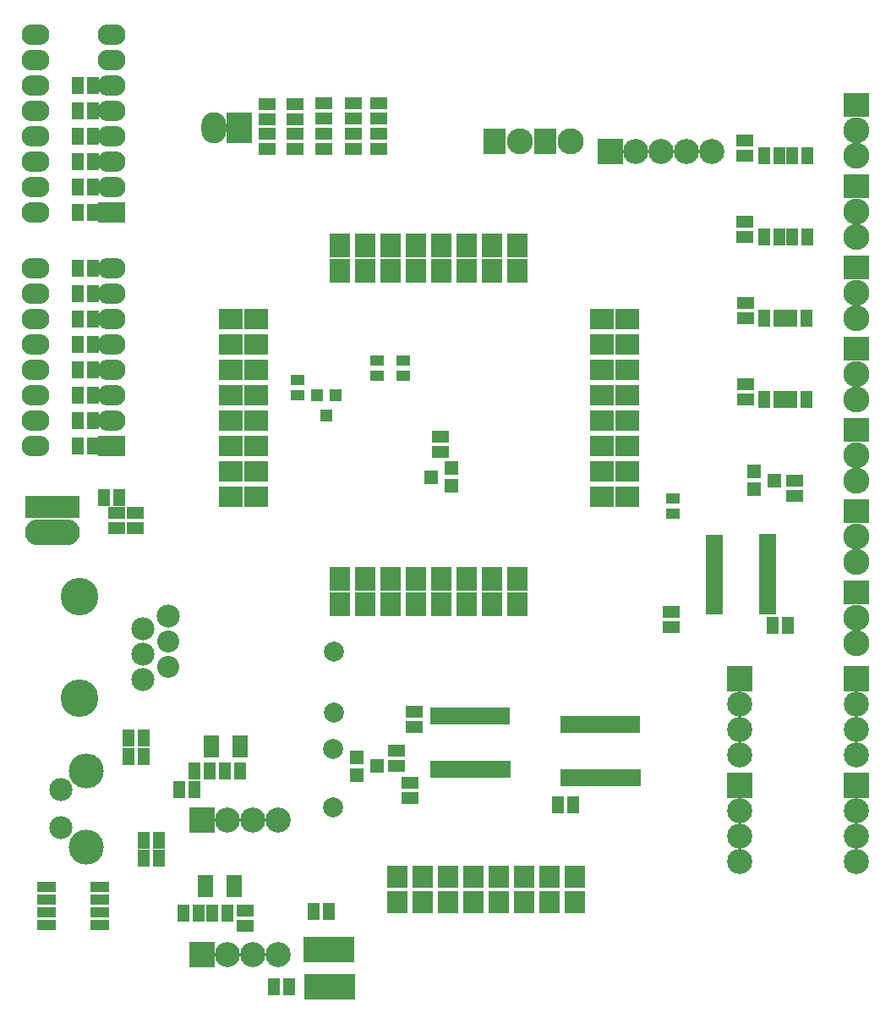
<source format=gbs>
G04 #@! TF.FileFunction,Soldermask,Bot*
%FSLAX46Y46*%
G04 Gerber Fmt 4.6, Leading zero omitted, Abs format (unit mm)*
G04 Created by KiCad (PCBNEW 4.0.6) date 01/03/18 21:04:18*
%MOMM*%
%LPD*%
G01*
G04 APERTURE LIST*
%ADD10C,0.150000*%
%ADD11R,1.408000X1.008000*%
%ADD12R,2.508000X3.108000*%
%ADD13O,2.508000X3.108000*%
%ADD14R,1.308100X1.308100*%
%ADD15R,1.508760X0.756920*%
%ADD16C,2.308860*%
%ADD17C,2.208000*%
%ADD18C,3.759200*%
%ADD19R,2.506980X2.506980*%
%ADD20R,2.308860X2.608580*%
%ADD21C,2.608580*%
%ADD22R,5.508000X2.308860*%
%ADD23O,5.508000X2.608580*%
%ADD24C,2.506980*%
%ADD25R,2.032000X2.308860*%
%ADD26R,2.608580X2.407920*%
%ADD27R,1.651000X1.143000*%
%ADD28R,1.422400X1.422400*%
%ADD29C,2.008000*%
%ADD30R,1.907540X1.107440*%
%ADD31R,1.143000X1.651000*%
%ADD32R,2.794000X2.082800*%
%ADD33O,2.794000X2.082800*%
%ADD34C,3.507740*%
%ADD35O,3.507740X3.507740*%
%ADD36R,0.914400X1.778000*%
%ADD37R,1.778000X0.914400*%
%ADD38R,2.408000X2.108000*%
%ADD39R,2.408000X2.108200*%
%ADD40R,2.108200X2.407920*%
G04 APERTURE END LIST*
D10*
D11*
X101650800Y-104534400D03*
X101650800Y-103034400D03*
X74574400Y-90742200D03*
X74574400Y-89242200D03*
X71958200Y-90742200D03*
X71958200Y-89242200D03*
X64008000Y-92672600D03*
X64008000Y-91172600D03*
D12*
X58166000Y-65913000D03*
D13*
X55626000Y-65913000D03*
D14*
X65953600Y-92674440D03*
X67853600Y-92674440D03*
X66903600Y-94673420D03*
D15*
X54820820Y-141063980D03*
X54820820Y-141571980D03*
X54820820Y-142079980D03*
X54820820Y-142587980D03*
X57716420Y-141063980D03*
X57716420Y-141571980D03*
X57716420Y-142079980D03*
X57716420Y-142587980D03*
X55392320Y-127030480D03*
X55392320Y-127538480D03*
X55392320Y-128046480D03*
X55392320Y-128554480D03*
X58287920Y-127030480D03*
X58287920Y-127538480D03*
X58287920Y-128046480D03*
X58287920Y-128554480D03*
D16*
X48547020Y-118584980D03*
X48547020Y-116044980D03*
X48547020Y-121124980D03*
X51087020Y-114774980D03*
D17*
X51087020Y-117314980D03*
X51087020Y-119854980D03*
D18*
X42197020Y-123029980D03*
X42197020Y-112869980D03*
D19*
X65963800Y-151892000D03*
X68503800Y-151892000D03*
X65913000Y-148132800D03*
X68453000Y-148132800D03*
D20*
X83756500Y-67246500D03*
D21*
X86296500Y-67246500D03*
D20*
X88836500Y-67246500D03*
D21*
X91376500Y-67246500D03*
D22*
X39466520Y-103852980D03*
D23*
X39466520Y-106392980D03*
D24*
X105506520Y-68292980D03*
D19*
X95346520Y-68292980D03*
D24*
X97886520Y-68292980D03*
X100426520Y-68292980D03*
X102966520Y-68292980D03*
D25*
X91790520Y-140873480D03*
X91790520Y-143413480D03*
X89250520Y-140873480D03*
X89250520Y-143413480D03*
X86710520Y-140873480D03*
X86710520Y-143413480D03*
X84170520Y-140873480D03*
X84170520Y-143413480D03*
X81630520Y-140873480D03*
X81630520Y-143413480D03*
X79090520Y-140873480D03*
X79090520Y-143413480D03*
X76550520Y-140873480D03*
X76550520Y-143413480D03*
X74010520Y-140873480D03*
X74010520Y-143413480D03*
D26*
X120015000Y-71755000D03*
D21*
X120015000Y-74295000D03*
X120015000Y-76835000D03*
D26*
X120015000Y-88011000D03*
D21*
X120015000Y-90551000D03*
X120015000Y-93091000D03*
D26*
X120015000Y-79883000D03*
D21*
X120015000Y-82423000D03*
X120015000Y-84963000D03*
D26*
X120015000Y-63627000D03*
D21*
X120015000Y-66167000D03*
X120015000Y-68707000D03*
D26*
X120015000Y-112395000D03*
D21*
X120015000Y-114935000D03*
X120015000Y-117475000D03*
D26*
X119984520Y-104297480D03*
D21*
X119984520Y-106837480D03*
X119984520Y-109377480D03*
D26*
X120015000Y-96139000D03*
D21*
X120015000Y-98679000D03*
X120015000Y-101219000D03*
D19*
X108331000Y-131699000D03*
D24*
X108331000Y-134239000D03*
X108331000Y-136779000D03*
X108331000Y-139319000D03*
D19*
X120015000Y-131699000D03*
D24*
X120015000Y-134239000D03*
X120015000Y-136779000D03*
X120015000Y-139319000D03*
D19*
X54452520Y-148620480D03*
D24*
X56992520Y-148620480D03*
X59532520Y-148620480D03*
X62072520Y-148620480D03*
D19*
X54452520Y-135158480D03*
D24*
X56992520Y-135158480D03*
X59532520Y-135158480D03*
X62072520Y-135158480D03*
D19*
X108331000Y-121031000D03*
D24*
X108331000Y-123571000D03*
X108331000Y-126111000D03*
X108331000Y-128651000D03*
D19*
X120015000Y-121031000D03*
D24*
X120015000Y-123571000D03*
X120015000Y-126111000D03*
X120015000Y-128651000D03*
D27*
X58750200Y-145796000D03*
X58750200Y-144272000D03*
D28*
X109778800Y-100330000D03*
X109778800Y-102108000D03*
X111810800Y-101219000D03*
X79425800Y-101752400D03*
X79425800Y-99974400D03*
X77393800Y-100863400D03*
X69977000Y-128905000D03*
X69977000Y-130683000D03*
X72009000Y-129794000D03*
D29*
X67665600Y-118338600D03*
X67665600Y-124434600D03*
D27*
X72136000Y-65024000D03*
X72136000Y-63500000D03*
X72136000Y-68072000D03*
X72136000Y-66548000D03*
D30*
X44196000Y-145669000D03*
X38862000Y-145669000D03*
X44196000Y-144399000D03*
X44196000Y-143129000D03*
X44196000Y-141859000D03*
X38862000Y-144399000D03*
X38862000Y-143129000D03*
X38862000Y-141859000D03*
D31*
X56743600Y-130251200D03*
X58267600Y-130251200D03*
D27*
X73914000Y-128270000D03*
X73914000Y-129794000D03*
X113842800Y-102743000D03*
X113842800Y-101219000D03*
X78308200Y-96799400D03*
X78308200Y-98323400D03*
D31*
X115011200Y-93091000D03*
X113487200Y-93091000D03*
X115036600Y-84963000D03*
X113512600Y-84963000D03*
X115062000Y-76835000D03*
X113538000Y-76835000D03*
X115087400Y-68707000D03*
X113563400Y-68707000D03*
D27*
X108864400Y-93091000D03*
X108864400Y-91567000D03*
X108864400Y-84963000D03*
X108864400Y-83439000D03*
X108839000Y-76835000D03*
X108839000Y-75311000D03*
X108839000Y-68707000D03*
X108839000Y-67183000D03*
D31*
X112268000Y-93091000D03*
X110744000Y-93091000D03*
X112268000Y-84963000D03*
X110744000Y-84963000D03*
X112293400Y-76835000D03*
X110769400Y-76835000D03*
X112318800Y-68707000D03*
X110794800Y-68707000D03*
D32*
X45372020Y-74388980D03*
D33*
X45372020Y-71848980D03*
X45372020Y-69308980D03*
X45372020Y-66768980D03*
X45372020Y-64228980D03*
X45372020Y-61688980D03*
X45372020Y-59148980D03*
X45372020Y-56608980D03*
X37752020Y-56608980D03*
X37752020Y-59148980D03*
X37752020Y-61688980D03*
X37752020Y-64228980D03*
X37752020Y-66768980D03*
X37752020Y-69308980D03*
X37752020Y-71848980D03*
X37752020Y-74388980D03*
D32*
X45372020Y-97756980D03*
D33*
X45372020Y-95216980D03*
X45372020Y-92676980D03*
X45372020Y-90136980D03*
X45372020Y-87596980D03*
X45372020Y-85056980D03*
X45372020Y-82516980D03*
X45372020Y-79976980D03*
X37752020Y-79976980D03*
X37752020Y-82516980D03*
X37752020Y-85056980D03*
X37752020Y-87596980D03*
X37752020Y-90136980D03*
X37752020Y-92676980D03*
X37752020Y-95216980D03*
X37752020Y-97756980D03*
D16*
X40292020Y-135983980D03*
X40292020Y-132173980D03*
D34*
X42832020Y-137888980D03*
D35*
X42832020Y-130268980D03*
D36*
X90774520Y-125633480D03*
X91409520Y-125633480D03*
X92069920Y-125633480D03*
X92730320Y-125633480D03*
X93365320Y-125633480D03*
X94025720Y-125633480D03*
X94686120Y-125633480D03*
X95321120Y-125633480D03*
X95981520Y-125633480D03*
X96616520Y-125633480D03*
X97276920Y-125633480D03*
X97937320Y-125633480D03*
X97962720Y-130967480D03*
X97276920Y-130967480D03*
X96616520Y-130967480D03*
X95981520Y-130967480D03*
X95321120Y-130967480D03*
X94686120Y-130967480D03*
X94025720Y-130967480D03*
X93365320Y-130967480D03*
X92730320Y-130967480D03*
X92069920Y-130967480D03*
X91409520Y-130967480D03*
X90774520Y-130967480D03*
D37*
X105760520Y-114203480D03*
X105760520Y-113568480D03*
X105760520Y-112908080D03*
X105760520Y-112247680D03*
X105760520Y-111612680D03*
X105760520Y-110952280D03*
X105760520Y-110291880D03*
X105760520Y-109656880D03*
X105760520Y-108996480D03*
X105760520Y-108361480D03*
X105760520Y-107701080D03*
X105760520Y-107040680D03*
X111094520Y-107015280D03*
X111094520Y-107701080D03*
X111094520Y-108361480D03*
X111094520Y-108996480D03*
X111094520Y-109656880D03*
X111094520Y-110291880D03*
X111094520Y-110952280D03*
X111094520Y-111612680D03*
X111094520Y-112247680D03*
X111094520Y-112908080D03*
X111094520Y-113568480D03*
X111094520Y-114203480D03*
D36*
X77724000Y-124777500D03*
X78359000Y-124777500D03*
X79019400Y-124777500D03*
X79679800Y-124777500D03*
X80314800Y-124777500D03*
X80975200Y-124777500D03*
X81635600Y-124777500D03*
X82270600Y-124777500D03*
X82931000Y-124777500D03*
X83566000Y-124777500D03*
X84226400Y-124777500D03*
X84886800Y-124777500D03*
X84912200Y-130111500D03*
X84226400Y-130111500D03*
X83566000Y-130111500D03*
X82931000Y-130111500D03*
X82270600Y-130111500D03*
X81635600Y-130111500D03*
X80975200Y-130111500D03*
X80314800Y-130111500D03*
X79679800Y-130111500D03*
X79019400Y-130111500D03*
X78359000Y-130111500D03*
X77724000Y-130111500D03*
D31*
X42006520Y-71848980D03*
X43530520Y-71848980D03*
D27*
X63787020Y-68038980D03*
X63787020Y-66514980D03*
D31*
X42006520Y-90136980D03*
X43530520Y-90136980D03*
X42006520Y-92676980D03*
X43530520Y-92676980D03*
X42006520Y-95216980D03*
X43530520Y-95216980D03*
X42006520Y-97756980D03*
X43530520Y-97756980D03*
X42006520Y-61688980D03*
X43530520Y-61688980D03*
X42006520Y-64228980D03*
X43530520Y-64228980D03*
X42006520Y-66768980D03*
X43530520Y-66768980D03*
X42006520Y-69308980D03*
X43530520Y-69308980D03*
X44673520Y-102900480D03*
X46197520Y-102900480D03*
X42006520Y-74388980D03*
X43530520Y-74388980D03*
X42006520Y-79976980D03*
X43530520Y-79976980D03*
X42006520Y-82516980D03*
X43530520Y-82516980D03*
X42006520Y-85056980D03*
X43530520Y-85056980D03*
X42006520Y-87596980D03*
X43530520Y-87596980D03*
D27*
X60993020Y-68038980D03*
X60993020Y-66514980D03*
X47785020Y-105948480D03*
X47785020Y-104424480D03*
D31*
X63195200Y-151892000D03*
X61671200Y-151892000D03*
X67132200Y-144322800D03*
X65608200Y-144322800D03*
X48641000Y-137223500D03*
X50165000Y-137223500D03*
X48641000Y-139001500D03*
X50165000Y-139001500D03*
D27*
X69596000Y-68072000D03*
X69596000Y-66548000D03*
X66675000Y-68072000D03*
X66675000Y-66548000D03*
D31*
X47086520Y-128871980D03*
X48610520Y-128871980D03*
X47086520Y-126966980D03*
X48610520Y-126966980D03*
X55194200Y-130251200D03*
X53670200Y-130251200D03*
D27*
X75755500Y-124333000D03*
X75755500Y-125857000D03*
D31*
X90093800Y-133680200D03*
X91617800Y-133680200D03*
X56992520Y-144492980D03*
X55468520Y-144492980D03*
X52166520Y-132173980D03*
X53690520Y-132173980D03*
X52578000Y-144526000D03*
X54102000Y-144526000D03*
D27*
X45943520Y-104424480D03*
X45943520Y-105948480D03*
X66675000Y-65024000D03*
X66675000Y-63500000D03*
X69596000Y-65024000D03*
X69596000Y-63500000D03*
X60993020Y-65054480D03*
X60993020Y-63530480D03*
X63787020Y-65054480D03*
X63787020Y-63530480D03*
X101442520Y-115854480D03*
X101442520Y-114330480D03*
D31*
X111633000Y-115722400D03*
X113157000Y-115722400D03*
D27*
X75311000Y-132969000D03*
X75311000Y-131445000D03*
D38*
X94518480Y-85056980D03*
X97058480Y-85056980D03*
X94518480Y-87596980D03*
X97058480Y-87596980D03*
X94518480Y-90136980D03*
X97058480Y-90136980D03*
X94518480Y-92676980D03*
X97058480Y-92676980D03*
X94518480Y-95216980D03*
X97058480Y-95216980D03*
X94518480Y-97756980D03*
X97058480Y-97756980D03*
X94518480Y-100296980D03*
X97058480Y-100296980D03*
X94518480Y-102836980D03*
X97058480Y-102836980D03*
D39*
X57310020Y-85056980D03*
X59850020Y-85056980D03*
X57310020Y-87596980D03*
X59850020Y-87596980D03*
X57310020Y-90136980D03*
X59850020Y-90136980D03*
X57310020Y-92676980D03*
X59850020Y-92676980D03*
X57310020Y-95216980D03*
X59850020Y-95216980D03*
X57310020Y-97756980D03*
X59850020Y-97756980D03*
X57310020Y-100296980D03*
X59850020Y-100296980D03*
X57310020Y-102836980D03*
X59850020Y-102836980D03*
D40*
X68232020Y-80230980D03*
X68232020Y-77690980D03*
X70772020Y-80230980D03*
X70772020Y-77690980D03*
X73312020Y-80230980D03*
X73312020Y-77690980D03*
X75852020Y-80230980D03*
X75852020Y-77690980D03*
X78392020Y-80230980D03*
X78392020Y-77690980D03*
X80932020Y-80230980D03*
X80932020Y-77690980D03*
X83472020Y-80230980D03*
X83472020Y-77690980D03*
X86012020Y-80230980D03*
X86012020Y-77690980D03*
X86012020Y-113631980D03*
X86012020Y-111091980D03*
X83472020Y-113631980D03*
X83472020Y-111091980D03*
X80932020Y-113631980D03*
X80932020Y-111091980D03*
X78392020Y-113631980D03*
X78392020Y-111091980D03*
X75852020Y-113631980D03*
X75852020Y-111091980D03*
X73312020Y-113631980D03*
X73312020Y-111091980D03*
X70772020Y-113631980D03*
X70772020Y-111091980D03*
X68232020Y-113631980D03*
X68232020Y-111091980D03*
D29*
X67614800Y-128041400D03*
X67614800Y-133883400D03*
M02*

</source>
